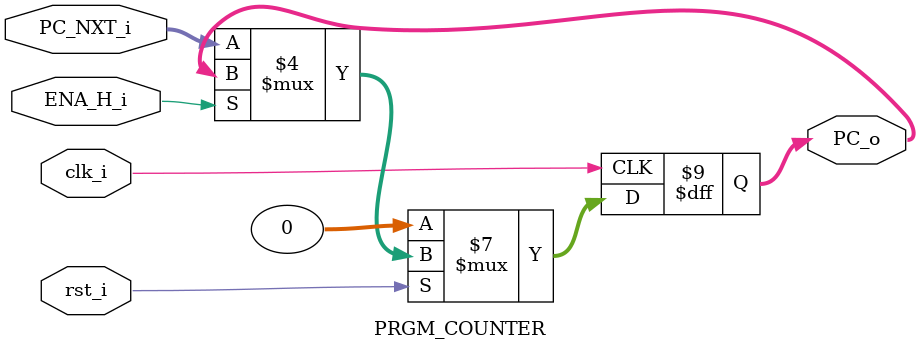
<source format=v>
`timescale 1ns / 1ps


module PRGM_COUNTER(
        output reg  [31:0]   PC_o,              // PC Output Indicating address of INSTRUCTION in INSTRUCTION MEMORY       
        input           clk_i, rst_i,           // CLOCK and RESET input (POSITVE TRIGGERED CLK  &  ACTIVE LOW RESET)
        input           ENA_H_i,
        input  [31:0]   PC_NXT_i                // COUNTER input FROM PC_ADDER
    );
    
    // SYNCHRONIZING the INSTRUCTION with CLOCK
        always@(posedge clk_i) begin
            if(!rst_i) 
                PC_o <= 32'h00000000;
            else 
                if(!ENA_H_i)
                    PC_o <= PC_NXT_i;
        end
    
endmodule

</source>
